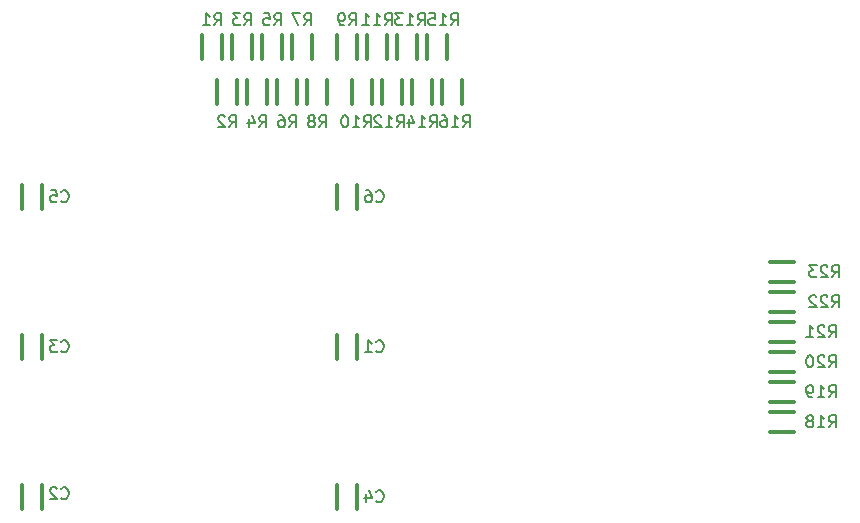
<source format=gbr>
G04 #@! TF.FileFunction,Legend,Bot*
%FSLAX46Y46*%
G04 Gerber Fmt 4.6, Leading zero omitted, Abs format (unit mm)*
G04 Created by KiCad (PCBNEW 4.0.7) date 05/27/21 16:34:53*
%MOMM*%
%LPD*%
G01*
G04 APERTURE LIST*
%ADD10C,0.100000*%
%ADD11C,0.300000*%
%ADD12C,0.150000*%
G04 APERTURE END LIST*
D10*
D11*
X82172000Y-86568000D02*
X82172000Y-84568000D01*
X83872000Y-84568000D02*
X83872000Y-86568000D01*
X55502000Y-99268000D02*
X55502000Y-97268000D01*
X57202000Y-97268000D02*
X57202000Y-99268000D01*
X55502000Y-86568000D02*
X55502000Y-84568000D01*
X57202000Y-84568000D02*
X57202000Y-86568000D01*
X82172000Y-99268000D02*
X82172000Y-97268000D01*
X83872000Y-97268000D02*
X83872000Y-99268000D01*
X55502000Y-73868000D02*
X55502000Y-71868000D01*
X57202000Y-71868000D02*
X57202000Y-73868000D01*
X82172000Y-73868000D02*
X82172000Y-71868000D01*
X83872000Y-71868000D02*
X83872000Y-73868000D01*
X70742000Y-61168000D02*
X70742000Y-59168000D01*
X72442000Y-59168000D02*
X72442000Y-61168000D01*
X72012000Y-64978000D02*
X72012000Y-62978000D01*
X73712000Y-62978000D02*
X73712000Y-64978000D01*
X73282000Y-61168000D02*
X73282000Y-59168000D01*
X74982000Y-59168000D02*
X74982000Y-61168000D01*
X74552000Y-64978000D02*
X74552000Y-62978000D01*
X76252000Y-62978000D02*
X76252000Y-64978000D01*
X75822000Y-61168000D02*
X75822000Y-59168000D01*
X77522000Y-59168000D02*
X77522000Y-61168000D01*
X77092000Y-64978000D02*
X77092000Y-62978000D01*
X78792000Y-62978000D02*
X78792000Y-64978000D01*
X78362000Y-61168000D02*
X78362000Y-59168000D01*
X80062000Y-59168000D02*
X80062000Y-61168000D01*
X79632000Y-64978000D02*
X79632000Y-62978000D01*
X81332000Y-62978000D02*
X81332000Y-64978000D01*
X82172000Y-61168000D02*
X82172000Y-59168000D01*
X83872000Y-59168000D02*
X83872000Y-61168000D01*
X83442000Y-64978000D02*
X83442000Y-62978000D01*
X85142000Y-62978000D02*
X85142000Y-64978000D01*
X84712000Y-61168000D02*
X84712000Y-59168000D01*
X86412000Y-59168000D02*
X86412000Y-61168000D01*
X85982000Y-64978000D02*
X85982000Y-62978000D01*
X87682000Y-62978000D02*
X87682000Y-64978000D01*
X87252000Y-61168000D02*
X87252000Y-59168000D01*
X88952000Y-59168000D02*
X88952000Y-61168000D01*
X88522000Y-64978000D02*
X88522000Y-62978000D01*
X90222000Y-62978000D02*
X90222000Y-64978000D01*
X89792000Y-61168000D02*
X89792000Y-59168000D01*
X91492000Y-59168000D02*
X91492000Y-61168000D01*
X91062000Y-64978000D02*
X91062000Y-62978000D01*
X92762000Y-62978000D02*
X92762000Y-64978000D01*
X120852000Y-92768000D02*
X118852000Y-92768000D01*
X118852000Y-91068000D02*
X120852000Y-91068000D01*
X120852000Y-90228000D02*
X118852000Y-90228000D01*
X118852000Y-88528000D02*
X120852000Y-88528000D01*
X120852000Y-87688000D02*
X118852000Y-87688000D01*
X118852000Y-85988000D02*
X120852000Y-85988000D01*
X120852000Y-85148000D02*
X118852000Y-85148000D01*
X118852000Y-83448000D02*
X120852000Y-83448000D01*
X120852000Y-82608000D02*
X118852000Y-82608000D01*
X118852000Y-80908000D02*
X120852000Y-80908000D01*
X120852000Y-80068000D02*
X118852000Y-80068000D01*
X118852000Y-78368000D02*
X120852000Y-78368000D01*
D12*
X85474666Y-85925143D02*
X85522285Y-85972762D01*
X85665142Y-86020381D01*
X85760380Y-86020381D01*
X85903238Y-85972762D01*
X85998476Y-85877524D01*
X86046095Y-85782286D01*
X86093714Y-85591810D01*
X86093714Y-85448952D01*
X86046095Y-85258476D01*
X85998476Y-85163238D01*
X85903238Y-85068000D01*
X85760380Y-85020381D01*
X85665142Y-85020381D01*
X85522285Y-85068000D01*
X85474666Y-85115619D01*
X84522285Y-86020381D02*
X85093714Y-86020381D01*
X84808000Y-86020381D02*
X84808000Y-85020381D01*
X84903238Y-85163238D01*
X84998476Y-85258476D01*
X85093714Y-85306095D01*
X58804666Y-98371143D02*
X58852285Y-98418762D01*
X58995142Y-98466381D01*
X59090380Y-98466381D01*
X59233238Y-98418762D01*
X59328476Y-98323524D01*
X59376095Y-98228286D01*
X59423714Y-98037810D01*
X59423714Y-97894952D01*
X59376095Y-97704476D01*
X59328476Y-97609238D01*
X59233238Y-97514000D01*
X59090380Y-97466381D01*
X58995142Y-97466381D01*
X58852285Y-97514000D01*
X58804666Y-97561619D01*
X58423714Y-97561619D02*
X58376095Y-97514000D01*
X58280857Y-97466381D01*
X58042761Y-97466381D01*
X57947523Y-97514000D01*
X57899904Y-97561619D01*
X57852285Y-97656857D01*
X57852285Y-97752095D01*
X57899904Y-97894952D01*
X58471333Y-98466381D01*
X57852285Y-98466381D01*
X58804666Y-85925143D02*
X58852285Y-85972762D01*
X58995142Y-86020381D01*
X59090380Y-86020381D01*
X59233238Y-85972762D01*
X59328476Y-85877524D01*
X59376095Y-85782286D01*
X59423714Y-85591810D01*
X59423714Y-85448952D01*
X59376095Y-85258476D01*
X59328476Y-85163238D01*
X59233238Y-85068000D01*
X59090380Y-85020381D01*
X58995142Y-85020381D01*
X58852285Y-85068000D01*
X58804666Y-85115619D01*
X58471333Y-85020381D02*
X57852285Y-85020381D01*
X58185619Y-85401333D01*
X58042761Y-85401333D01*
X57947523Y-85448952D01*
X57899904Y-85496571D01*
X57852285Y-85591810D01*
X57852285Y-85829905D01*
X57899904Y-85925143D01*
X57947523Y-85972762D01*
X58042761Y-86020381D01*
X58328476Y-86020381D01*
X58423714Y-85972762D01*
X58471333Y-85925143D01*
X85474666Y-98625143D02*
X85522285Y-98672762D01*
X85665142Y-98720381D01*
X85760380Y-98720381D01*
X85903238Y-98672762D01*
X85998476Y-98577524D01*
X86046095Y-98482286D01*
X86093714Y-98291810D01*
X86093714Y-98148952D01*
X86046095Y-97958476D01*
X85998476Y-97863238D01*
X85903238Y-97768000D01*
X85760380Y-97720381D01*
X85665142Y-97720381D01*
X85522285Y-97768000D01*
X85474666Y-97815619D01*
X84617523Y-98053714D02*
X84617523Y-98720381D01*
X84855619Y-97672762D02*
X85093714Y-98387048D01*
X84474666Y-98387048D01*
X58804666Y-73225143D02*
X58852285Y-73272762D01*
X58995142Y-73320381D01*
X59090380Y-73320381D01*
X59233238Y-73272762D01*
X59328476Y-73177524D01*
X59376095Y-73082286D01*
X59423714Y-72891810D01*
X59423714Y-72748952D01*
X59376095Y-72558476D01*
X59328476Y-72463238D01*
X59233238Y-72368000D01*
X59090380Y-72320381D01*
X58995142Y-72320381D01*
X58852285Y-72368000D01*
X58804666Y-72415619D01*
X57899904Y-72320381D02*
X58376095Y-72320381D01*
X58423714Y-72796571D01*
X58376095Y-72748952D01*
X58280857Y-72701333D01*
X58042761Y-72701333D01*
X57947523Y-72748952D01*
X57899904Y-72796571D01*
X57852285Y-72891810D01*
X57852285Y-73129905D01*
X57899904Y-73225143D01*
X57947523Y-73272762D01*
X58042761Y-73320381D01*
X58280857Y-73320381D01*
X58376095Y-73272762D01*
X58423714Y-73225143D01*
X85474666Y-73225143D02*
X85522285Y-73272762D01*
X85665142Y-73320381D01*
X85760380Y-73320381D01*
X85903238Y-73272762D01*
X85998476Y-73177524D01*
X86046095Y-73082286D01*
X86093714Y-72891810D01*
X86093714Y-72748952D01*
X86046095Y-72558476D01*
X85998476Y-72463238D01*
X85903238Y-72368000D01*
X85760380Y-72320381D01*
X85665142Y-72320381D01*
X85522285Y-72368000D01*
X85474666Y-72415619D01*
X84617523Y-72320381D02*
X84808000Y-72320381D01*
X84903238Y-72368000D01*
X84950857Y-72415619D01*
X85046095Y-72558476D01*
X85093714Y-72748952D01*
X85093714Y-73129905D01*
X85046095Y-73225143D01*
X84998476Y-73272762D01*
X84903238Y-73320381D01*
X84712761Y-73320381D01*
X84617523Y-73272762D01*
X84569904Y-73225143D01*
X84522285Y-73129905D01*
X84522285Y-72891810D01*
X84569904Y-72796571D01*
X84617523Y-72748952D01*
X84712761Y-72701333D01*
X84903238Y-72701333D01*
X84998476Y-72748952D01*
X85046095Y-72796571D01*
X85093714Y-72891810D01*
X71758666Y-58334381D02*
X72092000Y-57858190D01*
X72330095Y-58334381D02*
X72330095Y-57334381D01*
X71949142Y-57334381D01*
X71853904Y-57382000D01*
X71806285Y-57429619D01*
X71758666Y-57524857D01*
X71758666Y-57667714D01*
X71806285Y-57762952D01*
X71853904Y-57810571D01*
X71949142Y-57858190D01*
X72330095Y-57858190D01*
X70806285Y-58334381D02*
X71377714Y-58334381D01*
X71092000Y-58334381D02*
X71092000Y-57334381D01*
X71187238Y-57477238D01*
X71282476Y-57572476D01*
X71377714Y-57620095D01*
X73028666Y-66970381D02*
X73362000Y-66494190D01*
X73600095Y-66970381D02*
X73600095Y-65970381D01*
X73219142Y-65970381D01*
X73123904Y-66018000D01*
X73076285Y-66065619D01*
X73028666Y-66160857D01*
X73028666Y-66303714D01*
X73076285Y-66398952D01*
X73123904Y-66446571D01*
X73219142Y-66494190D01*
X73600095Y-66494190D01*
X72647714Y-66065619D02*
X72600095Y-66018000D01*
X72504857Y-65970381D01*
X72266761Y-65970381D01*
X72171523Y-66018000D01*
X72123904Y-66065619D01*
X72076285Y-66160857D01*
X72076285Y-66256095D01*
X72123904Y-66398952D01*
X72695333Y-66970381D01*
X72076285Y-66970381D01*
X74298666Y-58334381D02*
X74632000Y-57858190D01*
X74870095Y-58334381D02*
X74870095Y-57334381D01*
X74489142Y-57334381D01*
X74393904Y-57382000D01*
X74346285Y-57429619D01*
X74298666Y-57524857D01*
X74298666Y-57667714D01*
X74346285Y-57762952D01*
X74393904Y-57810571D01*
X74489142Y-57858190D01*
X74870095Y-57858190D01*
X73965333Y-57334381D02*
X73346285Y-57334381D01*
X73679619Y-57715333D01*
X73536761Y-57715333D01*
X73441523Y-57762952D01*
X73393904Y-57810571D01*
X73346285Y-57905810D01*
X73346285Y-58143905D01*
X73393904Y-58239143D01*
X73441523Y-58286762D01*
X73536761Y-58334381D01*
X73822476Y-58334381D01*
X73917714Y-58286762D01*
X73965333Y-58239143D01*
X75568666Y-66970381D02*
X75902000Y-66494190D01*
X76140095Y-66970381D02*
X76140095Y-65970381D01*
X75759142Y-65970381D01*
X75663904Y-66018000D01*
X75616285Y-66065619D01*
X75568666Y-66160857D01*
X75568666Y-66303714D01*
X75616285Y-66398952D01*
X75663904Y-66446571D01*
X75759142Y-66494190D01*
X76140095Y-66494190D01*
X74711523Y-66303714D02*
X74711523Y-66970381D01*
X74949619Y-65922762D02*
X75187714Y-66637048D01*
X74568666Y-66637048D01*
X76838666Y-58334381D02*
X77172000Y-57858190D01*
X77410095Y-58334381D02*
X77410095Y-57334381D01*
X77029142Y-57334381D01*
X76933904Y-57382000D01*
X76886285Y-57429619D01*
X76838666Y-57524857D01*
X76838666Y-57667714D01*
X76886285Y-57762952D01*
X76933904Y-57810571D01*
X77029142Y-57858190D01*
X77410095Y-57858190D01*
X75933904Y-57334381D02*
X76410095Y-57334381D01*
X76457714Y-57810571D01*
X76410095Y-57762952D01*
X76314857Y-57715333D01*
X76076761Y-57715333D01*
X75981523Y-57762952D01*
X75933904Y-57810571D01*
X75886285Y-57905810D01*
X75886285Y-58143905D01*
X75933904Y-58239143D01*
X75981523Y-58286762D01*
X76076761Y-58334381D01*
X76314857Y-58334381D01*
X76410095Y-58286762D01*
X76457714Y-58239143D01*
X78108666Y-66970381D02*
X78442000Y-66494190D01*
X78680095Y-66970381D02*
X78680095Y-65970381D01*
X78299142Y-65970381D01*
X78203904Y-66018000D01*
X78156285Y-66065619D01*
X78108666Y-66160857D01*
X78108666Y-66303714D01*
X78156285Y-66398952D01*
X78203904Y-66446571D01*
X78299142Y-66494190D01*
X78680095Y-66494190D01*
X77251523Y-65970381D02*
X77442000Y-65970381D01*
X77537238Y-66018000D01*
X77584857Y-66065619D01*
X77680095Y-66208476D01*
X77727714Y-66398952D01*
X77727714Y-66779905D01*
X77680095Y-66875143D01*
X77632476Y-66922762D01*
X77537238Y-66970381D01*
X77346761Y-66970381D01*
X77251523Y-66922762D01*
X77203904Y-66875143D01*
X77156285Y-66779905D01*
X77156285Y-66541810D01*
X77203904Y-66446571D01*
X77251523Y-66398952D01*
X77346761Y-66351333D01*
X77537238Y-66351333D01*
X77632476Y-66398952D01*
X77680095Y-66446571D01*
X77727714Y-66541810D01*
X79378666Y-58334381D02*
X79712000Y-57858190D01*
X79950095Y-58334381D02*
X79950095Y-57334381D01*
X79569142Y-57334381D01*
X79473904Y-57382000D01*
X79426285Y-57429619D01*
X79378666Y-57524857D01*
X79378666Y-57667714D01*
X79426285Y-57762952D01*
X79473904Y-57810571D01*
X79569142Y-57858190D01*
X79950095Y-57858190D01*
X79045333Y-57334381D02*
X78378666Y-57334381D01*
X78807238Y-58334381D01*
X80648666Y-66970381D02*
X80982000Y-66494190D01*
X81220095Y-66970381D02*
X81220095Y-65970381D01*
X80839142Y-65970381D01*
X80743904Y-66018000D01*
X80696285Y-66065619D01*
X80648666Y-66160857D01*
X80648666Y-66303714D01*
X80696285Y-66398952D01*
X80743904Y-66446571D01*
X80839142Y-66494190D01*
X81220095Y-66494190D01*
X80077238Y-66398952D02*
X80172476Y-66351333D01*
X80220095Y-66303714D01*
X80267714Y-66208476D01*
X80267714Y-66160857D01*
X80220095Y-66065619D01*
X80172476Y-66018000D01*
X80077238Y-65970381D01*
X79886761Y-65970381D01*
X79791523Y-66018000D01*
X79743904Y-66065619D01*
X79696285Y-66160857D01*
X79696285Y-66208476D01*
X79743904Y-66303714D01*
X79791523Y-66351333D01*
X79886761Y-66398952D01*
X80077238Y-66398952D01*
X80172476Y-66446571D01*
X80220095Y-66494190D01*
X80267714Y-66589429D01*
X80267714Y-66779905D01*
X80220095Y-66875143D01*
X80172476Y-66922762D01*
X80077238Y-66970381D01*
X79886761Y-66970381D01*
X79791523Y-66922762D01*
X79743904Y-66875143D01*
X79696285Y-66779905D01*
X79696285Y-66589429D01*
X79743904Y-66494190D01*
X79791523Y-66446571D01*
X79886761Y-66398952D01*
X83188666Y-58334381D02*
X83522000Y-57858190D01*
X83760095Y-58334381D02*
X83760095Y-57334381D01*
X83379142Y-57334381D01*
X83283904Y-57382000D01*
X83236285Y-57429619D01*
X83188666Y-57524857D01*
X83188666Y-57667714D01*
X83236285Y-57762952D01*
X83283904Y-57810571D01*
X83379142Y-57858190D01*
X83760095Y-57858190D01*
X82712476Y-58334381D02*
X82522000Y-58334381D01*
X82426761Y-58286762D01*
X82379142Y-58239143D01*
X82283904Y-58096286D01*
X82236285Y-57905810D01*
X82236285Y-57524857D01*
X82283904Y-57429619D01*
X82331523Y-57382000D01*
X82426761Y-57334381D01*
X82617238Y-57334381D01*
X82712476Y-57382000D01*
X82760095Y-57429619D01*
X82807714Y-57524857D01*
X82807714Y-57762952D01*
X82760095Y-57858190D01*
X82712476Y-57905810D01*
X82617238Y-57953429D01*
X82426761Y-57953429D01*
X82331523Y-57905810D01*
X82283904Y-57858190D01*
X82236285Y-57762952D01*
X84426857Y-66970381D02*
X84760191Y-66494190D01*
X84998286Y-66970381D02*
X84998286Y-65970381D01*
X84617333Y-65970381D01*
X84522095Y-66018000D01*
X84474476Y-66065619D01*
X84426857Y-66160857D01*
X84426857Y-66303714D01*
X84474476Y-66398952D01*
X84522095Y-66446571D01*
X84617333Y-66494190D01*
X84998286Y-66494190D01*
X83474476Y-66970381D02*
X84045905Y-66970381D01*
X83760191Y-66970381D02*
X83760191Y-65970381D01*
X83855429Y-66113238D01*
X83950667Y-66208476D01*
X84045905Y-66256095D01*
X82855429Y-65970381D02*
X82760190Y-65970381D01*
X82664952Y-66018000D01*
X82617333Y-66065619D01*
X82569714Y-66160857D01*
X82522095Y-66351333D01*
X82522095Y-66589429D01*
X82569714Y-66779905D01*
X82617333Y-66875143D01*
X82664952Y-66922762D01*
X82760190Y-66970381D01*
X82855429Y-66970381D01*
X82950667Y-66922762D01*
X82998286Y-66875143D01*
X83045905Y-66779905D01*
X83093524Y-66589429D01*
X83093524Y-66351333D01*
X83045905Y-66160857D01*
X82998286Y-66065619D01*
X82950667Y-66018000D01*
X82855429Y-65970381D01*
X86204857Y-58334381D02*
X86538191Y-57858190D01*
X86776286Y-58334381D02*
X86776286Y-57334381D01*
X86395333Y-57334381D01*
X86300095Y-57382000D01*
X86252476Y-57429619D01*
X86204857Y-57524857D01*
X86204857Y-57667714D01*
X86252476Y-57762952D01*
X86300095Y-57810571D01*
X86395333Y-57858190D01*
X86776286Y-57858190D01*
X85252476Y-58334381D02*
X85823905Y-58334381D01*
X85538191Y-58334381D02*
X85538191Y-57334381D01*
X85633429Y-57477238D01*
X85728667Y-57572476D01*
X85823905Y-57620095D01*
X84300095Y-58334381D02*
X84871524Y-58334381D01*
X84585810Y-58334381D02*
X84585810Y-57334381D01*
X84681048Y-57477238D01*
X84776286Y-57572476D01*
X84871524Y-57620095D01*
X87220857Y-66970381D02*
X87554191Y-66494190D01*
X87792286Y-66970381D02*
X87792286Y-65970381D01*
X87411333Y-65970381D01*
X87316095Y-66018000D01*
X87268476Y-66065619D01*
X87220857Y-66160857D01*
X87220857Y-66303714D01*
X87268476Y-66398952D01*
X87316095Y-66446571D01*
X87411333Y-66494190D01*
X87792286Y-66494190D01*
X86268476Y-66970381D02*
X86839905Y-66970381D01*
X86554191Y-66970381D02*
X86554191Y-65970381D01*
X86649429Y-66113238D01*
X86744667Y-66208476D01*
X86839905Y-66256095D01*
X85887524Y-66065619D02*
X85839905Y-66018000D01*
X85744667Y-65970381D01*
X85506571Y-65970381D01*
X85411333Y-66018000D01*
X85363714Y-66065619D01*
X85316095Y-66160857D01*
X85316095Y-66256095D01*
X85363714Y-66398952D01*
X85935143Y-66970381D01*
X85316095Y-66970381D01*
X88998857Y-58334381D02*
X89332191Y-57858190D01*
X89570286Y-58334381D02*
X89570286Y-57334381D01*
X89189333Y-57334381D01*
X89094095Y-57382000D01*
X89046476Y-57429619D01*
X88998857Y-57524857D01*
X88998857Y-57667714D01*
X89046476Y-57762952D01*
X89094095Y-57810571D01*
X89189333Y-57858190D01*
X89570286Y-57858190D01*
X88046476Y-58334381D02*
X88617905Y-58334381D01*
X88332191Y-58334381D02*
X88332191Y-57334381D01*
X88427429Y-57477238D01*
X88522667Y-57572476D01*
X88617905Y-57620095D01*
X87713143Y-57334381D02*
X87094095Y-57334381D01*
X87427429Y-57715333D01*
X87284571Y-57715333D01*
X87189333Y-57762952D01*
X87141714Y-57810571D01*
X87094095Y-57905810D01*
X87094095Y-58143905D01*
X87141714Y-58239143D01*
X87189333Y-58286762D01*
X87284571Y-58334381D01*
X87570286Y-58334381D01*
X87665524Y-58286762D01*
X87713143Y-58239143D01*
X90014857Y-66970381D02*
X90348191Y-66494190D01*
X90586286Y-66970381D02*
X90586286Y-65970381D01*
X90205333Y-65970381D01*
X90110095Y-66018000D01*
X90062476Y-66065619D01*
X90014857Y-66160857D01*
X90014857Y-66303714D01*
X90062476Y-66398952D01*
X90110095Y-66446571D01*
X90205333Y-66494190D01*
X90586286Y-66494190D01*
X89062476Y-66970381D02*
X89633905Y-66970381D01*
X89348191Y-66970381D02*
X89348191Y-65970381D01*
X89443429Y-66113238D01*
X89538667Y-66208476D01*
X89633905Y-66256095D01*
X88205333Y-66303714D02*
X88205333Y-66970381D01*
X88443429Y-65922762D02*
X88681524Y-66637048D01*
X88062476Y-66637048D01*
X91792857Y-58334381D02*
X92126191Y-57858190D01*
X92364286Y-58334381D02*
X92364286Y-57334381D01*
X91983333Y-57334381D01*
X91888095Y-57382000D01*
X91840476Y-57429619D01*
X91792857Y-57524857D01*
X91792857Y-57667714D01*
X91840476Y-57762952D01*
X91888095Y-57810571D01*
X91983333Y-57858190D01*
X92364286Y-57858190D01*
X90840476Y-58334381D02*
X91411905Y-58334381D01*
X91126191Y-58334381D02*
X91126191Y-57334381D01*
X91221429Y-57477238D01*
X91316667Y-57572476D01*
X91411905Y-57620095D01*
X89935714Y-57334381D02*
X90411905Y-57334381D01*
X90459524Y-57810571D01*
X90411905Y-57762952D01*
X90316667Y-57715333D01*
X90078571Y-57715333D01*
X89983333Y-57762952D01*
X89935714Y-57810571D01*
X89888095Y-57905810D01*
X89888095Y-58143905D01*
X89935714Y-58239143D01*
X89983333Y-58286762D01*
X90078571Y-58334381D01*
X90316667Y-58334381D01*
X90411905Y-58286762D01*
X90459524Y-58239143D01*
X92808857Y-66970381D02*
X93142191Y-66494190D01*
X93380286Y-66970381D02*
X93380286Y-65970381D01*
X92999333Y-65970381D01*
X92904095Y-66018000D01*
X92856476Y-66065619D01*
X92808857Y-66160857D01*
X92808857Y-66303714D01*
X92856476Y-66398952D01*
X92904095Y-66446571D01*
X92999333Y-66494190D01*
X93380286Y-66494190D01*
X91856476Y-66970381D02*
X92427905Y-66970381D01*
X92142191Y-66970381D02*
X92142191Y-65970381D01*
X92237429Y-66113238D01*
X92332667Y-66208476D01*
X92427905Y-66256095D01*
X90999333Y-65970381D02*
X91189810Y-65970381D01*
X91285048Y-66018000D01*
X91332667Y-66065619D01*
X91427905Y-66208476D01*
X91475524Y-66398952D01*
X91475524Y-66779905D01*
X91427905Y-66875143D01*
X91380286Y-66922762D01*
X91285048Y-66970381D01*
X91094571Y-66970381D01*
X90999333Y-66922762D01*
X90951714Y-66875143D01*
X90904095Y-66779905D01*
X90904095Y-66541810D01*
X90951714Y-66446571D01*
X90999333Y-66398952D01*
X91094571Y-66351333D01*
X91285048Y-66351333D01*
X91380286Y-66398952D01*
X91427905Y-66446571D01*
X91475524Y-66541810D01*
X123796857Y-92370381D02*
X124130191Y-91894190D01*
X124368286Y-92370381D02*
X124368286Y-91370381D01*
X123987333Y-91370381D01*
X123892095Y-91418000D01*
X123844476Y-91465619D01*
X123796857Y-91560857D01*
X123796857Y-91703714D01*
X123844476Y-91798952D01*
X123892095Y-91846571D01*
X123987333Y-91894190D01*
X124368286Y-91894190D01*
X122844476Y-92370381D02*
X123415905Y-92370381D01*
X123130191Y-92370381D02*
X123130191Y-91370381D01*
X123225429Y-91513238D01*
X123320667Y-91608476D01*
X123415905Y-91656095D01*
X122273048Y-91798952D02*
X122368286Y-91751333D01*
X122415905Y-91703714D01*
X122463524Y-91608476D01*
X122463524Y-91560857D01*
X122415905Y-91465619D01*
X122368286Y-91418000D01*
X122273048Y-91370381D01*
X122082571Y-91370381D01*
X121987333Y-91418000D01*
X121939714Y-91465619D01*
X121892095Y-91560857D01*
X121892095Y-91608476D01*
X121939714Y-91703714D01*
X121987333Y-91751333D01*
X122082571Y-91798952D01*
X122273048Y-91798952D01*
X122368286Y-91846571D01*
X122415905Y-91894190D01*
X122463524Y-91989429D01*
X122463524Y-92179905D01*
X122415905Y-92275143D01*
X122368286Y-92322762D01*
X122273048Y-92370381D01*
X122082571Y-92370381D01*
X121987333Y-92322762D01*
X121939714Y-92275143D01*
X121892095Y-92179905D01*
X121892095Y-91989429D01*
X121939714Y-91894190D01*
X121987333Y-91846571D01*
X122082571Y-91798952D01*
X123796857Y-89830381D02*
X124130191Y-89354190D01*
X124368286Y-89830381D02*
X124368286Y-88830381D01*
X123987333Y-88830381D01*
X123892095Y-88878000D01*
X123844476Y-88925619D01*
X123796857Y-89020857D01*
X123796857Y-89163714D01*
X123844476Y-89258952D01*
X123892095Y-89306571D01*
X123987333Y-89354190D01*
X124368286Y-89354190D01*
X122844476Y-89830381D02*
X123415905Y-89830381D01*
X123130191Y-89830381D02*
X123130191Y-88830381D01*
X123225429Y-88973238D01*
X123320667Y-89068476D01*
X123415905Y-89116095D01*
X122368286Y-89830381D02*
X122177810Y-89830381D01*
X122082571Y-89782762D01*
X122034952Y-89735143D01*
X121939714Y-89592286D01*
X121892095Y-89401810D01*
X121892095Y-89020857D01*
X121939714Y-88925619D01*
X121987333Y-88878000D01*
X122082571Y-88830381D01*
X122273048Y-88830381D01*
X122368286Y-88878000D01*
X122415905Y-88925619D01*
X122463524Y-89020857D01*
X122463524Y-89258952D01*
X122415905Y-89354190D01*
X122368286Y-89401810D01*
X122273048Y-89449429D01*
X122082571Y-89449429D01*
X121987333Y-89401810D01*
X121939714Y-89354190D01*
X121892095Y-89258952D01*
X123796857Y-87290381D02*
X124130191Y-86814190D01*
X124368286Y-87290381D02*
X124368286Y-86290381D01*
X123987333Y-86290381D01*
X123892095Y-86338000D01*
X123844476Y-86385619D01*
X123796857Y-86480857D01*
X123796857Y-86623714D01*
X123844476Y-86718952D01*
X123892095Y-86766571D01*
X123987333Y-86814190D01*
X124368286Y-86814190D01*
X123415905Y-86385619D02*
X123368286Y-86338000D01*
X123273048Y-86290381D01*
X123034952Y-86290381D01*
X122939714Y-86338000D01*
X122892095Y-86385619D01*
X122844476Y-86480857D01*
X122844476Y-86576095D01*
X122892095Y-86718952D01*
X123463524Y-87290381D01*
X122844476Y-87290381D01*
X122225429Y-86290381D02*
X122130190Y-86290381D01*
X122034952Y-86338000D01*
X121987333Y-86385619D01*
X121939714Y-86480857D01*
X121892095Y-86671333D01*
X121892095Y-86909429D01*
X121939714Y-87099905D01*
X121987333Y-87195143D01*
X122034952Y-87242762D01*
X122130190Y-87290381D01*
X122225429Y-87290381D01*
X122320667Y-87242762D01*
X122368286Y-87195143D01*
X122415905Y-87099905D01*
X122463524Y-86909429D01*
X122463524Y-86671333D01*
X122415905Y-86480857D01*
X122368286Y-86385619D01*
X122320667Y-86338000D01*
X122225429Y-86290381D01*
X123796857Y-84750381D02*
X124130191Y-84274190D01*
X124368286Y-84750381D02*
X124368286Y-83750381D01*
X123987333Y-83750381D01*
X123892095Y-83798000D01*
X123844476Y-83845619D01*
X123796857Y-83940857D01*
X123796857Y-84083714D01*
X123844476Y-84178952D01*
X123892095Y-84226571D01*
X123987333Y-84274190D01*
X124368286Y-84274190D01*
X123415905Y-83845619D02*
X123368286Y-83798000D01*
X123273048Y-83750381D01*
X123034952Y-83750381D01*
X122939714Y-83798000D01*
X122892095Y-83845619D01*
X122844476Y-83940857D01*
X122844476Y-84036095D01*
X122892095Y-84178952D01*
X123463524Y-84750381D01*
X122844476Y-84750381D01*
X121892095Y-84750381D02*
X122463524Y-84750381D01*
X122177810Y-84750381D02*
X122177810Y-83750381D01*
X122273048Y-83893238D01*
X122368286Y-83988476D01*
X122463524Y-84036095D01*
X124050857Y-82210381D02*
X124384191Y-81734190D01*
X124622286Y-82210381D02*
X124622286Y-81210381D01*
X124241333Y-81210381D01*
X124146095Y-81258000D01*
X124098476Y-81305619D01*
X124050857Y-81400857D01*
X124050857Y-81543714D01*
X124098476Y-81638952D01*
X124146095Y-81686571D01*
X124241333Y-81734190D01*
X124622286Y-81734190D01*
X123669905Y-81305619D02*
X123622286Y-81258000D01*
X123527048Y-81210381D01*
X123288952Y-81210381D01*
X123193714Y-81258000D01*
X123146095Y-81305619D01*
X123098476Y-81400857D01*
X123098476Y-81496095D01*
X123146095Y-81638952D01*
X123717524Y-82210381D01*
X123098476Y-82210381D01*
X122717524Y-81305619D02*
X122669905Y-81258000D01*
X122574667Y-81210381D01*
X122336571Y-81210381D01*
X122241333Y-81258000D01*
X122193714Y-81305619D01*
X122146095Y-81400857D01*
X122146095Y-81496095D01*
X122193714Y-81638952D01*
X122765143Y-82210381D01*
X122146095Y-82210381D01*
X124050857Y-79670381D02*
X124384191Y-79194190D01*
X124622286Y-79670381D02*
X124622286Y-78670381D01*
X124241333Y-78670381D01*
X124146095Y-78718000D01*
X124098476Y-78765619D01*
X124050857Y-78860857D01*
X124050857Y-79003714D01*
X124098476Y-79098952D01*
X124146095Y-79146571D01*
X124241333Y-79194190D01*
X124622286Y-79194190D01*
X123669905Y-78765619D02*
X123622286Y-78718000D01*
X123527048Y-78670381D01*
X123288952Y-78670381D01*
X123193714Y-78718000D01*
X123146095Y-78765619D01*
X123098476Y-78860857D01*
X123098476Y-78956095D01*
X123146095Y-79098952D01*
X123717524Y-79670381D01*
X123098476Y-79670381D01*
X122765143Y-78670381D02*
X122146095Y-78670381D01*
X122479429Y-79051333D01*
X122336571Y-79051333D01*
X122241333Y-79098952D01*
X122193714Y-79146571D01*
X122146095Y-79241810D01*
X122146095Y-79479905D01*
X122193714Y-79575143D01*
X122241333Y-79622762D01*
X122336571Y-79670381D01*
X122622286Y-79670381D01*
X122717524Y-79622762D01*
X122765143Y-79575143D01*
M02*

</source>
